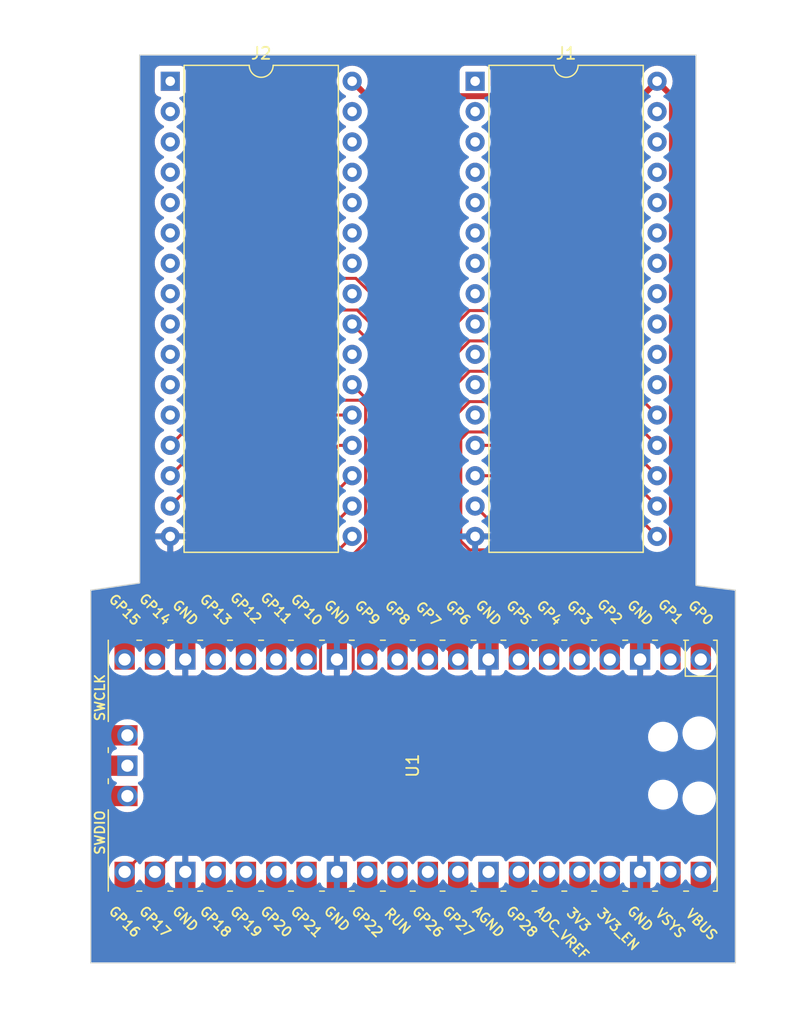
<source format=kicad_pcb>
(kicad_pcb (version 20221018) (generator pcbnew)
  (layers (0 "F.Cu" signal) (31 "B.Cu" signal) (34 "B.Paste" user) (35 "F.Paste" user) (36 "B.SilkS" user "B.Silkscreen") (37 "F.SilkS" user "F.Silkscreen") (38 "B.Mask" user) (39 "F.Mask" user) (44 "Edge.Cuts" user))
  (net 0 "")
  (net 13 "Net-(J1-Pin_13)")
  (net 14 "Net-(J1-Pin_14)")
  (net 15 "Net-(J1-Pin_15)")
  (net 16 "GND")
  (net 17 "Net-(J1-Pin_17)")
  (net 18 "Net-(J1-Pin_18)")
  (net 19 "Net-(J1-Pin_19)")
  (net 20 "Net-(J1-Pin_20)")
  (net 21 "Net-(J1-Pin_21)")
  (net 22 "/{slash}CE")
  (net 23 "/{slash}OE")
  (net 32 "+5V")
  (net 45 "Net-(J2-Pin_13)")
  (net 46 "Net-(J2-Pin_14)")
  (net 47 "Net-(J2-Pin_15)")
  (net 48 "Net-(J2-Pin_17)")
  (net 49 "Net-(J2-Pin_18)")
  (net 50 "Net-(J2-Pin_19)")
  (net 51 "Net-(J2-Pin_20)")
  (net 52 "Net-(J2-Pin_21)")
  (net 61 "/EXT_CLK")
  (footprint "Pico:RPi_Pico_SMD_TH" (layer "F.Cu") (at 123.17 171.79 -90)
    (fp_text reference "U1" (at 0 0 90) (layer "F.SilkS"))
    (fp_text value "Pico")
    (fp_text user "GP15" (at -13.054 24.13 135) (layer "F.SilkS") (effects (font (size 0.8 0.8))))
    (fp_text user "SWCLK" (at -5.7 26.2 90) (layer "F.SilkS") (effects (font (size 0.8 0.8))))
    (fp_text user "ADC_VREF" (at 14 -12.5 135) (layer "F.SilkS") (effects (font (size 0.8 0.8))))
    (fp_text user "GP21" (at 13.054 8.9 135) (layer "F.SilkS") (effects (font (size 0.8 0.8))))
    (fp_text user "GP19" (at 13.054 13.97 135) (layer "F.SilkS") (effects (font (size 0.8 0.8))))
    (fp_text user "GND" (at -12.8 6.35 135) (layer "F.SilkS") (effects (font (size 0.8 0.8))))
    (fp_text user "GP9" (at -12.8 3.81 135) (layer "F.SilkS") (effects (font (size 0.8 0.8))))
    (fp_text user "3V3_EN" (at 13.7 -17.2 135) (layer "F.SilkS") (effects (font (size 0.8 0.8))))
    (fp_text user "GP14" (at -13.1 21.59 135) (layer "F.SilkS") (effects (font (size 0.8 0.8))))
    (fp_text user "VBUS" (at 13.3 -24.2 135) (layer "F.SilkS") (effects (font (size 0.8 0.8))))
    (fp_text user "3V3" (at 12.9 -13.9 135) (layer "F.SilkS") (effects (font (size 0.8 0.8))))
    (fp_text user "GP28" (at 13.054 -9.144 135) (layer "F.SilkS") (effects (font (size 0.8 0.8))))
    (fp_text user "GP3" (at -12.8 -13.97 135) (layer "F.SilkS") (effects (font (size 0.8 0.8))))
    (fp_text user "GP7" (at -12.7 -1.3 135) (layer "F.SilkS") (effects (font (size 0.8 0.8))))
    (fp_text user "GP2" (at -12.9 -16.51 135) (layer "F.SilkS") (effects (font (size 0.8 0.8))))
    (fp_text user "GP27" (at 13.054 -3.8 135) (layer "F.SilkS") (effects (font (size 0.8 0.8))))
    (fp_text user "GP10" (at -13.054 8.89 135) (layer "F.SilkS") (effects (font (size 0.8 0.8))))
    (fp_text user "GP13" (at -13.054 16.51 135) (layer "F.SilkS") (effects (font (size 0.8 0.8))))
    (fp_text user "GP8" (at -12.8 1.27 135) (layer "F.SilkS") (effects (font (size 0.8 0.8))))
    (fp_text user "GP6" (at -12.8 -3.81 135) (layer "F.SilkS") (effects (font (size 0.8 0.8))))
    (fp_text user "GND" (at 12.8 -19.05 135) (layer "F.SilkS") (effects (font (size 0.8 0.8))))
    (fp_text user "GND" (at 12.8 19.05 135) (layer "F.SilkS") (effects (font (size 0.8 0.8))))
    (fp_text user "GND" (at -12.8 19.05 135) (layer "F.SilkS") (effects (font (size 0.8 0.8))))
    (fp_text user "GP4" (at -12.8 -11.43 135) (layer "F.SilkS") (effects (font (size 0.8 0.8))))
    (fp_text user "GND" (at 12.8 6.35 135) (layer "F.SilkS") (effects (font (size 0.8 0.8))))
    (fp_text user "GND" (at -12.8 -6.35 135) (layer "F.SilkS") (effects (font (size 0.8 0.8))))
    (fp_text user "GP16" (at 13.054 24.13 135) (layer "F.SilkS") (effects (font (size 0.8 0.8))))
    (fp_text user "GP5" (at -12.8 -8.89 135) (layer "F.SilkS") (effects (font (size 0.8 0.8))))
    (fp_text user "GP0" (at -12.8 -24.13 135) (layer "F.SilkS") (effects (font (size 0.8 0.8))))
    (fp_text user "SWDIO" (at 5.6 26.2 90) (layer "F.SilkS") (effects (font (size 0.8 0.8))))
    (fp_text user "VSYS" (at 13.2 -21.59 135) (layer "F.SilkS") (effects (font (size 0.8 0.8))))
    (fp_text user "GP1" (at -12.9 -21.6 135) (layer "F.SilkS") (effects (font (size 0.8 0.8))))
    (fp_text user "RUN" (at 13 1.27 135) (layer "F.SilkS") (effects (font (size 0.8 0.8))))
    (fp_text user "GP12" (at -13.2 13.97 135) (layer "F.SilkS") (effects (font (size 0.8 0.8))))
    (fp_text user "GP22" (at 13.054 3.81 135) (layer "F.SilkS") (effects (font (size 0.8 0.8))))
    (fp_text user "GP26" (at 13.054 -1.27 135) (layer "F.SilkS") (effects (font (size 0.8 0.8))))
    (fp_text user "GP18" (at 13.054 16.51 135) (layer "F.SilkS") (effects (font (size 0.8 0.8))))
    (fp_text user "AGND" (at 13.054 -6.35 135) (layer "F.SilkS") (effects (font (size 0.8 0.8))))
    (fp_text user "GP11" (at -13.2 11.43 135) (layer "F.SilkS") (effects (font (size 0.8 0.8))))
    (fp_text user "GP20" (at 13.054 11.43 135) (layer "F.SilkS") (effects (font (size 0.8 0.8))))
    (fp_text user "GND" (at -12.8 -19.05 135) (layer "F.SilkS") (effects (font (size 0.8 0.8))))
    (fp_text user "GP17" (at 13.054 21.59 135) (layer "F.SilkS") (effects (font (size 0.8 0.8))))
    (fp_line (start -10.5 -25.5) (end -10.5 -25.2) (stroke (width 0.12)) (layer "F.SilkS"))
    (fp_line (start -10.5 -25.5) (end 10.5 -25.5) (stroke (width 0.12)) (layer "F.SilkS"))
    (fp_line (start -10.5 -23.1) (end -10.5 -22.7) (stroke (width 0.12)) (layer "F.SilkS"))
    (fp_line (start -10.5 -22.833) (end -7.493 -22.833) (stroke (width 0.12)) (layer "F.SilkS"))
    (fp_line (start -10.5 -20.5) (end -10.5 -20.1) (stroke (width 0.12)) (layer "F.SilkS"))
    (fp_line (start -10.5 -18) (end -10.5 -17.6) (stroke (width 0.12)) (layer "F.SilkS"))
    (fp_line (start -10.5 -15.4) (end -10.5 -15) (stroke (width 0.12)) (layer "F.SilkS"))
    (fp_line (start -10.5 -12.9) (end -10.5 -12.5) (stroke (width 0.12)) (layer "F.SilkS"))
    (fp_line (start -10.5 -10.4) (end -10.5 -10) (stroke (width 0.12)) (layer "F.SilkS"))
    (fp_line (start -10.5 -7.8) (end -10.5 -7.4) (stroke (width 0.12)) (layer "F.SilkS"))
    (fp_line (start -10.5 -5.3) (end -10.5 -4.9) (stroke (width 0.12)) (layer "F.SilkS"))
    (fp_line (start -10.5 -2.7) (end -10.5 -2.3) (stroke (width 0.12)) (layer "F.SilkS"))
    (fp_line (start -10.5 -0.2) (end -10.5 0.2) (stroke (width 0.12)) (layer "F.SilkS"))
    (fp_line (start -10.5 2.3) (end -10.5 2.7) (stroke (width 0.12)) (layer "F.SilkS"))
    (fp_line (start -10.5 4.9) (end -10.5 5.3) (stroke (width 0.12)) (layer "F.SilkS"))
    (fp_line (start -10.5 7.4) (end -10.5 7.8) (stroke (width 0.12)) (layer "F.SilkS"))
    (fp_line (start -10.5 10) (end -10.5 10.4) (stroke (width 0.12)) (layer "F.SilkS"))
    (fp_line (start -10.5 12.5) (end -10.5 12.9) (stroke (width 0.12)) (layer "F.SilkS"))
    (fp_line (start -10.5 15.1) (end -10.5 15.5) (stroke (width 0.12)) (layer "F.SilkS"))
    (fp_line (start -10.5 17.6) (end -10.5 18) (stroke (width 0.12)) (layer "F.SilkS"))
    (fp_line (start -10.5 20.1) (end -10.5 20.5) (stroke (width 0.12)) (layer "F.SilkS"))
    (fp_line (start -10.5 22.7) (end -10.5 23.1) (stroke (width 0.12)) (layer "F.SilkS"))
    (fp_line (start -7.493 -22.833) (end -7.493 -25.5) (stroke (width 0.12)) (layer "F.SilkS"))
    (fp_line (start -3.7 25.5) (end -10.5 25.5) (stroke (width 0.12)) (layer "F.SilkS"))
    (fp_line (start -1.5 25.5) (end -1.1 25.5) (stroke (width 0.12)) (layer "F.SilkS"))
    (fp_line (start 1.1 25.5) (end 1.5 25.5) (stroke (width 0.12)) (layer "F.SilkS"))
    (fp_line (start 10.5 -25.5) (end 10.5 -25.2) (stroke (width 0.12)) (layer "F.SilkS"))
    (fp_line (start 10.5 -23.1) (end 10.5 -22.7) (stroke (width 0.12)) (layer "F.SilkS"))
    (fp_line (start 10.5 -20.5) (end 10.5 -20.1) (stroke (width 0.12)) (layer "F.SilkS"))
    (fp_line (start 10.5 -18) (end 10.5 -17.6) (stroke (width 0.12)) (layer "F.SilkS"))
    (fp_line (start 10.5 -15.4) (end 10.5 -15) (stroke (width 0.12)) (layer "F.SilkS"))
    (fp_line (start 10.5 -12.9) (end 10.5 -12.5) (stroke (width 0.12)) (layer "F.SilkS"))
    (fp_line (start 10.5 -10.4) (end 10.5 -10) (stroke (width 0.12)) (layer "F.SilkS"))
    (fp_line (start 10.5 -7.8) (end 10.5 -7.4) (stroke (width 0.12)) (layer "F.SilkS"))
    (fp_line (start 10.5 -5.3) (end 10.5 -4.9) (stroke (width 0.12)) (layer "F.SilkS"))
    (fp_line (start 10.5 -2.7) (end 10.5 -2.3) (stroke (width 0.12)) (layer "F.SilkS"))
    (fp_line (start 10.5 -0.2) (end 10.5 0.2) (stroke (width 0.12)) (layer "F.SilkS"))
    (fp_line (start 10.5 2.3) (end 10.5 2.7) (stroke (width 0.12)) (layer "F.SilkS"))
    (fp_line (start 10.5 4.9) (end 10.5 5.3) (stroke (width 0.12)) (layer "F.SilkS"))
    (fp_line (start 10.5 7.4) (end 10.5 7.8) (stroke (width 0.12)) (layer "F.SilkS"))
    (fp_line (start 10.5 10) (end 10.5 10.4) (stroke (width 0.12)) (layer "F.SilkS"))
    (fp_line (start 10.5 12.5) (end 10.5 12.9) (stroke (width 0.12)) (layer "F.SilkS"))
    (fp_line (start 10.5 15.1) (end 10.5 15.5) (stroke (width 0.12)) (layer "F.SilkS"))
    (fp_line (start 10.5 17.6) (end 10.5 18) (stroke (width 0.12)) (layer "F.SilkS"))
    (fp_line (start 10.5 20.1) (end 10.5 20.5) (stroke (width 0.12)) (layer "F.SilkS"))
    (fp_line (start 10.5 22.7) (end 10.5 23.1) (stroke (width 0.12)) (layer "F.SilkS"))
    (fp_line (start 10.5 25.5) (end 3.7 25.5) (stroke (width 0.12)) (layer "F.SilkS"))
    (pad "" np_thru_hole oval (at -2.725 -24 270) (size 1.8 1.8) (drill 1.8) (layers "*.Cu" "*.Mask"))
    (pad "" np_thru_hole oval (at -2.425 -20.97 270) (size 1.5 1.5) (drill 1.5) (layers "*.Cu" "*.Mask"))
    (pad "" np_thru_hole oval (at 2.425 -20.97 270) (size 1.5 1.5) (drill 1.5) (layers "*.Cu" "*.Mask"))
    (pad "" np_thru_hole oval (at 2.725 -24 270) (size 1.8 1.8) (drill 1.8) (layers "*.Cu" "*.Mask"))
    (pad "1" thru_hole oval (at -8.89 -24.13 270) (size 1.7 1.7) (drill 1.02) (layers "*.Cu" "*.Mask") (net 13 "Net-(J1-Pin_13)"))
    (pad "1" smd rect (at -8.89 -24.13 270) (size 3.5 1.7) (drill (offset -0.9 0)) (layers "F.Cu" "F.Mask") (net 13 "Net-(J1-Pin_13)"))
    (pad "2" thru_hole oval (at -8.89 -21.59 270) (size 1.7 1.7) (drill 1.02) (layers "*.Cu" "*.Mask") (net 14 "Net-(J1-Pin_14)"))
    (pad "2" smd rect (at -8.89 -21.59 270) (size 3.5 1.7) (drill (offset -0.9 0)) (layers "F.Cu" "F.Mask") (net 14 "Net-(J1-Pin_14)"))
    (pad "3" thru_hole rect (at -8.89 -19.05 270) (size 1.7 1.7) (drill 1.02) (layers "*.Cu" "*.Mask") (net 16 "GND"))
    (pad "3" smd rect (at -8.89 -19.05 270) (size 3.5 1.7) (drill (offset -0.9 0)) (layers "F.Cu" "F.Mask") (net 16 "GND"))
    (pad "4" thru_hole oval (at -8.89 -16.51 270) (size 1.7 1.7) (drill 1.02) (layers "*.Cu" "*.Mask") (net 15 "Net-(J1-Pin_15)"))
    (pad "4" smd rect (at -8.89 -16.51 270) (size 3.5 1.7) (drill (offset -0.9 0)) (layers "F.Cu" "F.Mask") (net 15 "Net-(J1-Pin_15)"))
    (pad "5" thru_hole oval (at -8.89 -13.97 270) (size 1.7 1.7) (drill 1.02) (layers "*.Cu" "*.Mask") (net 17 "Net-(J1-Pin_17)"))
    (pad "5" smd rect (at -8.89 -13.97 270) (size 3.5 1.7) (drill (offset -0.9 0)) (layers "F.Cu" "F.Mask") (net 17 "Net-(J1-Pin_17)"))
    (pad "6" thru_hole oval (at -8.89 -11.43 270) (size 1.7 1.7) (drill 1.02) (layers "*.Cu" "*.Mask") (net 18 "Net-(J1-Pin_18)"))
    (pad "6" smd rect (at -8.89 -11.43 270) (size 3.5 1.7) (drill (offset -0.9 0)) (layers "F.Cu" "F.Mask") (net 18 "Net-(J1-Pin_18)"))
    (pad "7" thru_hole oval (at -8.89 -8.89 270) (size 1.7 1.7) (drill 1.02) (layers "*.Cu" "*.Mask") (net 19 "Net-(J1-Pin_19)"))
    (pad "7" smd rect (at -8.89 -8.89 270) (size 3.5 1.7) (drill (offset -0.9 0)) (layers "F.Cu" "F.Mask") (net 19 "Net-(J1-Pin_19)"))
    (pad "8" thru_hole rect (at -8.89 -6.35 270) (size 1.7 1.7) (drill 1.02) (layers "*.Cu" "*.Mask") (net 16 "GND"))
    (pad "8" smd rect (at -8.89 -6.35 270) (size 3.5 1.7) (drill (offset -0.9 0)) (layers "F.Cu" "F.Mask") (net 16 "GND"))
    (pad "9" thru_hole oval (at -8.89 -3.81 270) (size 1.7 1.7) (drill 1.02) (layers "*.Cu" "*.Mask") (net 20 "Net-(J1-Pin_20)"))
    (pad "9" smd rect (at -8.89 -3.81 270) (size 3.5 1.7) (drill (offset -0.9 0)) (layers "F.Cu" "F.Mask") (net 20 "Net-(J1-Pin_20)"))
    (pad "10" thru_hole oval (at -8.89 -1.27 270) (size 1.7 1.7) (drill 1.02) (layers "*.Cu" "*.Mask") (net 21 "Net-(J1-Pin_21)"))
    (pad "10" smd rect (at -8.89 -1.27 270) (size 3.5 1.7) (drill (offset -0.9 0)) (layers "F.Cu" "F.Mask") (net 21 "Net-(J1-Pin_21)"))
    (pad "11" thru_hole oval (at -8.89 1.27 270) (size 1.7 1.7) (drill 1.02) (layers "*.Cu" "*.Mask") (net 45 "Net-(J2-Pin_13)"))
    (pad "11" smd rect (at -8.89 1.27 270) (size 3.5 1.7) (drill (offset -0.9 0)) (layers "F.Cu" "F.Mask") (net 45 "Net-(J2-Pin_13)"))
    (pad "12" thru_hole oval (at -8.89 3.81 270) (size 1.7 1.7) (drill 1.02) (layers "*.Cu" "*.Mask") (net 46 "Net-(J2-Pin_14)"))
    (pad "12" smd rect (at -8.89 3.81 270) (size 3.5 1.7) (drill (offset -0.9 0)) (layers "F.Cu" "F.Mask") (net 46 "Net-(J2-Pin_14)"))
    (pad "13" thru_hole rect (at -8.89 6.35 270) (size 1.7 1.7) (drill 1.02) (layers "*.Cu" "*.Mask") (net 16 "GND"))
    (pad "13" smd rect (at -8.89 6.35 270) (size 3.5 1.7) (drill (offset -0.9 0)) (layers "F.Cu" "F.Mask") (net 16 "GND"))
    (pad "14" thru_hole oval (at -8.89 8.89 270) (size 1.7 1.7) (drill 1.02) (layers "*.Cu" "*.Mask") (net 47 "Net-(J2-Pin_15)"))
    (pad "14" smd rect (at -8.89 8.89 270) (size 3.5 1.7) (drill (offset -0.9 0)) (layers "F.Cu" "F.Mask") (net 47 "Net-(J2-Pin_15)"))
    (pad "15" thru_hole oval (at -8.89 11.43 270) (size 1.7 1.7) (drill 1.02) (layers "*.Cu" "*.Mask") (net 48 "Net-(J2-Pin_17)"))
    (pad "15" smd rect (at -8.89 11.43 270) (size 3.5 1.7) (drill (offset -0.9 0)) (layers "F.Cu" "F.Mask") (net 48 "Net-(J2-Pin_17)"))
    (pad "16" thru_hole oval (at -8.89 13.97 270) (size 1.7 1.7) (drill 1.02) (layers "*.Cu" "*.Mask") (net 49 "Net-(J2-Pin_18)"))
    (pad "16" smd rect (at -8.89 13.97 270) (size 3.5 1.7) (drill (offset -0.9 0)) (layers "F.Cu" "F.Mask") (net 49 "Net-(J2-Pin_18)"))
    (pad "17" thru_hole oval (at -8.89 16.51 270) (size 1.7 1.7) (drill 1.02) (layers "*.Cu" "*.Mask") (net 50 "Net-(J2-Pin_19)"))
    (pad "17" smd rect (at -8.89 16.51 270) (size 3.5 1.7) (drill (offset -0.9 0)) (layers "F.Cu" "F.Mask") (net 50 "Net-(J2-Pin_19)"))
    (pad "18" thru_hole rect (at -8.89 19.05 270) (size 1.7 1.7) (drill 1.02) (layers "*.Cu" "*.Mask") (net 16 "GND"))
    (pad "18" smd rect (at -8.89 19.05 270) (size 3.5 1.7) (drill (offset -0.9 0)) (layers "F.Cu" "F.Mask") (net 16 "GND"))
    (pad "19" thru_hole oval (at -8.89 21.59 270) (size 1.7 1.7) (drill 1.02) (layers "*.Cu" "*.Mask") (net 51 "Net-(J2-Pin_20)"))
    (pad "19" smd rect (at -8.89 21.59 270) (size 3.5 1.7) (drill (offset -0.9 0)) (layers "F.Cu" "F.Mask") (net 51 "Net-(J2-Pin_20)"))
    (pad "20" thru_hole oval (at -8.89 24.13 270) (size 1.7 1.7) (drill 1.02) (layers "*.Cu" "*.Mask") (net 52 "Net-(J2-Pin_21)"))
    (pad "20" smd rect (at -8.89 24.13 270) (size 3.5 1.7) (drill (offset -0.9 0)) (layers "F.Cu" "F.Mask") (net 52 "Net-(J2-Pin_21)"))
    (pad "21" thru_hole oval (at 8.89 24.13 270) (size 1.7 1.7) (drill 1.02) (layers "*.Cu" "*.Mask") (net 22 "/{slash}CE"))
    (pad "21" smd rect (at 8.89 24.13 270) (size 3.5 1.7) (drill (offset 0.9 0)) (layers "F.Cu" "F.Mask") (net 22 "/{slash}CE"))
    (pad "22" thru_hole oval (at 8.89 21.59 270) (size 1.7 1.7) (drill 1.02) (layers "*.Cu" "*.Mask") (net 23 "/{slash}OE"))
    (pad "22" smd rect (at 8.89 21.59 270) (size 3.5 1.7) (drill (offset 0.9 0)) (layers "F.Cu" "F.Mask") (net 23 "/{slash}OE"))
    (pad "23" thru_hole rect (at 8.89 19.05 270) (size 1.7 1.7) (drill 1.02) (layers "*.Cu" "*.Mask") (net 16 "GND"))
    (pad "23" smd rect (at 8.89 19.05 270) (size 3.5 1.7) (drill (offset 0.9 0)) (layers "F.Cu" "F.Mask") (net 16 "GND"))
    (pad "24" thru_hole oval (at 8.89 16.51 270) (size 1.7 1.7) (drill 1.02) (layers "*.Cu" "*.Mask") (net 61 "/EXT_CLK"))
    (pad "24" smd rect (at 8.89 16.51 270) (size 3.5 1.7) (drill (offset 0.9 0)) (layers "F.Cu" "F.Mask") (net 61 "/EXT_CLK"))
    (pad "25" thru_hole oval (at 8.89 13.97 270) (size 1.7 1.7) (drill 1.02) (layers "*.Cu" "*.Mask"))
    (pad "25" smd rect (at 8.89 13.97 270) (size 3.5 1.7) (drill (offset 0.9 0)) (layers "F.Cu" "F.Mask"))
    (pad "26" thru_hole oval (at 8.89 11.43 270) (size 1.7 1.7) (drill 1.02) (layers "*.Cu" "*.Mask"))
    (pad "26" smd rect (at 8.89 11.43 270) (size 3.5 1.7) (drill (offset 0.9 0)) (layers "F.Cu" "F.Mask"))
    (pad "27" thru_hole oval (at 8.89 8.89 270) (size 1.7 1.7) (drill 1.02) (layers "*.Cu" "*.Mask"))
    (pad "27" smd rect (at 8.89 8.89 270) (size 3.5 1.7) (drill (offset 0.9 0)) (layers "F.Cu" "F.Mask"))
    (pad "28" thru_hole rect (at 8.89 6.35 270) (size 1.7 1.7) (drill 1.02) (layers "*.Cu" "*.Mask") (net 16 "GND"))
    (pad "28" smd rect (at 8.89 6.35 270) (size 3.5 1.7) (drill (offset 0.9 0)) (layers "F.Cu" "F.Mask") (net 16 "GND"))
    (pad "29" thru_hole oval (at 8.89 3.81 270) (size 1.7 1.7) (drill 1.02) (layers "*.Cu" "*.Mask"))
    (pad "29" smd rect (at 8.89 3.81 270) (size 3.5 1.7) (drill (offset 0.9 0)) (layers "F.Cu" "F.Mask"))
    (pad "30" thru_hole oval (at 8.89 1.27 270) (size 1.7 1.7) (drill 1.02) (layers "*.Cu" "*.Mask"))
    (pad "30" smd rect (at 8.89 1.27 270) (size 3.5 1.7) (drill (offset 0.9 0)) (layers "F.Cu" "F.Mask"))
    (pad "31" thru_hole oval (at 8.89 -1.27 270) (size 1.7 1.7) (drill 1.02) (layers "*.Cu" "*.Mask"))
    (pad "31" smd rect (at 8.89 -1.27 270) (size 3.5 1.7) (drill (offset 0.9 0)) (layers "F.Cu" "F.Mask"))
    (pad "32" thru_hole oval (at 8.89 -3.81 270) (size 1.7 1.7) (drill 1.02) (layers "*.Cu" "*.Mask"))
    (pad "32" smd rect (at 8.89 -3.81 270) (size 3.5 1.7) (drill (offset 0.9 0)) (layers "F.Cu" "F.Mask"))
    (pad "33" thru_hole rect (at 8.89 -6.35 270) (size 1.7 1.7) (drill 1.02) (layers "*.Cu" "*.Mask"))
    (pad "33" smd rect (at 8.89 -6.35 270) (size 3.5 1.7) (drill (offset 0.9 0)) (layers "F.Cu" "F.Mask"))
    (pad "34" thru_hole oval (at 8.89 -8.89 270) (size 1.7 1.7) (drill 1.02) (layers "*.Cu" "*.Mask"))
    (pad "34" smd rect (at 8.89 -8.89 270) (size 3.5 1.7) (drill (offset 0.9 0)) (layers "F.Cu" "F.Mask"))
    (pad "35" thru_hole oval (at 8.89 -11.43 270) (size 1.7 1.7) (drill 1.02) (layers "*.Cu" "*.Mask"))
    (pad "35" smd rect (at 8.89 -11.43 270) (size 3.5 1.7) (drill (offset 0.9 0)) (layers "F.Cu" "F.Mask"))
    (pad "36" thru_hole oval (at 8.89 -13.97 270) (size 1.7 1.7) (drill 1.02) (layers "*.Cu" "*.Mask"))
    (pad "36" smd rect (at 8.89 -13.97 270) (size 3.5 1.7) (drill (offset 0.9 0)) (layers "F.Cu" "F.Mask"))
    (pad "37" thru_hole oval (at 8.89 -16.51 270) (size 1.7 1.7) (drill 1.02) (layers "*.Cu" "*.Mask"))
    (pad "37" smd rect (at 8.89 -16.51 270) (size 3.5 1.7) (drill (offset 0.9 0)) (layers "F.Cu" "F.Mask"))
    (pad "38" thru_hole rect (at 8.89 -19.05 270) (size 1.7 1.7) (drill 1.02) (layers "*.Cu" "*.Mask") (net 16 "GND"))
    (pad "38" smd rect (at 8.89 -19.05 270) (size 3.5 1.7) (drill (offset 0.9 0)) (layers "F.Cu" "F.Mask") (net 16 "GND"))
    (pad "39" thru_hole oval (at 8.89 -21.59 270) (size 1.7 1.7) (drill 1.02) (layers "*.Cu" "*.Mask") (net 32 "+5V"))
    (pad "39" smd rect (at 8.89 -21.59 270) (size 3.5 1.7) (drill (offset 0.9 0)) (layers "F.Cu" "F.Mask") (net 32 "+5V"))
    (pad "40" thru_hole oval (at 8.89 -24.13 270) (size 1.7 1.7) (drill 1.02) (layers "*.Cu" "*.Mask"))
    (pad "40" smd rect (at 8.89 -24.13 270) (size 3.5 1.7) (drill (offset 0.9 0)) (layers "F.Cu" "F.Mask"))
    (pad "41" thru_hole oval (at -2.54 23.9 270) (size 1.7 1.7) (drill 1.02) (layers "*.Cu" "*.Mask"))
    (pad "41" smd rect (at -2.54 23.9) (size 3.5 1.7) (drill (offset -0.9 0)) (layers "F.Cu" "F.Mask"))
    (pad "42" thru_hole rect (at 0 23.9 270) (size 1.7 1.7) (drill 1.02) (layers "*.Cu" "*.Mask"))
    (pad "42" smd rect (at 0 23.9) (size 3.5 1.7) (drill (offset -0.9 0)) (layers "F.Cu" "F.Mask"))
    (pad "43" thru_hole oval (at 2.54 23.9 270) (size 1.7 1.7) (drill 1.02) (layers "*.Cu" "*.Mask"))
    (pad "43" smd rect (at 2.54 23.9) (size 3.5 1.7) (drill (offset -0.9 0)) (layers "F.Cu" "F.Mask"))
  )
  (footprint "Package_DIP:DIP-32_W15.24mm" (layer "F.Cu") (at 128.4 114.5)
    (fp_text reference "J1" (at 7.62 -2.33) (layer "F.SilkS"))
    (fp_text value "Conn_02x16_Counter_Clockwise")
    (fp_line (start 1.16 -1.33) (end 1.16 39.43) (stroke (width 0.12)) (layer "F.SilkS"))
    (fp_line (start 1.16 39.43) (end 14.08 39.43) (stroke (width 0.12)) (layer "F.SilkS"))
    (fp_line (start 6.62 -1.33) (end 1.16 -1.33) (stroke (width 0.12)) (layer "F.SilkS"))
    (fp_line (start 14.08 -1.33) (end 8.62 -1.33) (stroke (width 0.12)) (layer "F.SilkS"))
    (fp_line (start 14.08 39.43) (end 14.08 -1.33) (stroke (width 0.12)) (layer "F.SilkS"))
    (fp_arc (start 8.62 -1.33) (mid 7.62 -0.33) (end 6.62 -1.33) (stroke (width 0.12)) (layer "F.SilkS"))
    (pad "1" thru_hole rect (at 0 0) (size 1.6 1.6) (drill 0.8) (layers "*.Cu" "*.Mask"))
    (pad "2" thru_hole oval (at 0 2.54) (size 1.6 1.6) (drill 0.8) (layers "*.Cu" "*.Mask"))
    (pad "3" thru_hole oval (at 0 5.08) (size 1.6 1.6) (drill 0.8) (layers "*.Cu" "*.Mask"))
    (pad "4" thru_hole oval (at 0 7.62) (size 1.6 1.6) (drill 0.8) (layers "*.Cu" "*.Mask"))
    (pad "5" thru_hole oval (at 0 10.16) (size 1.6 1.6) (drill 0.8) (layers "*.Cu" "*.Mask"))
    (pad "6" thru_hole oval (at 0 12.7) (size 1.6 1.6) (drill 0.8) (layers "*.Cu" "*.Mask"))
    (pad "7" thru_hole oval (at 0 15.24) (size 1.6 1.6) (drill 0.8) (layers "*.Cu" "*.Mask"))
    (pad "8" thru_hole oval (at 0 17.78) (size 1.6 1.6) (drill 0.8) (layers "*.Cu" "*.Mask"))
    (pad "9" thru_hole oval (at 0 20.32) (size 1.6 1.6) (drill 0.8) (layers "*.Cu" "*.Mask"))
    (pad "10" thru_hole oval (at 0 22.86) (size 1.6 1.6) (drill 0.8) (layers "*.Cu" "*.Mask"))
    (pad "11" thru_hole oval (at 0 25.4) (size 1.6 1.6) (drill 0.8) (layers "*.Cu" "*.Mask"))
    (pad "12" thru_hole oval (at 0 27.94) (size 1.6 1.6) (drill 0.8) (layers "*.Cu" "*.Mask"))
    (pad "13" thru_hole oval (at 0 30.48) (size 1.6 1.6) (drill 0.8) (layers "*.Cu" "*.Mask") (net 13 "Net-(J1-Pin_13)"))
    (pad "14" thru_hole oval (at 0 33.02) (size 1.6 1.6) (drill 0.8) (layers "*.Cu" "*.Mask") (net 14 "Net-(J1-Pin_14)"))
    (pad "15" thru_hole oval (at 0 35.56) (size 1.6 1.6) (drill 0.8) (layers "*.Cu" "*.Mask") (net 15 "Net-(J1-Pin_15)"))
    (pad "16" thru_hole oval (at 0 38.1) (size 1.6 1.6) (drill 0.8) (layers "*.Cu" "*.Mask") (net 16 "GND"))
    (pad "17" thru_hole oval (at 15.24 38.1) (size 1.6 1.6) (drill 0.8) (layers "*.Cu" "*.Mask") (net 17 "Net-(J1-Pin_17)"))
    (pad "18" thru_hole oval (at 15.24 35.56) (size 1.6 1.6) (drill 0.8) (layers "*.Cu" "*.Mask") (net 18 "Net-(J1-Pin_18)"))
    (pad "19" thru_hole oval (at 15.24 33.02) (size 1.6 1.6) (drill 0.8) (layers "*.Cu" "*.Mask") (net 19 "Net-(J1-Pin_19)"))
    (pad "20" thru_hole oval (at 15.24 30.48) (size 1.6 1.6) (drill 0.8) (layers "*.Cu" "*.Mask") (net 20 "Net-(J1-Pin_20)"))
    (pad "21" thru_hole oval (at 15.24 27.94) (size 1.6 1.6) (drill 0.8) (layers "*.Cu" "*.Mask") (net 21 "Net-(J1-Pin_21)"))
    (pad "22" thru_hole oval (at 15.24 25.4) (size 1.6 1.6) (drill 0.8) (layers "*.Cu" "*.Mask"))
    (pad "23" thru_hole oval (at 15.24 22.86) (size 1.6 1.6) (drill 0.8) (layers "*.Cu" "*.Mask"))
    (pad "24" thru_hole oval (at 15.24 20.32) (size 1.6 1.6) (drill 0.8) (layers "*.Cu" "*.Mask"))
    (pad "25" thru_hole oval (at 15.24 17.78) (size 1.6 1.6) (drill 0.8) (layers "*.Cu" "*.Mask"))
    (pad "26" thru_hole oval (at 15.24 15.24) (size 1.6 1.6) (drill 0.8) (layers "*.Cu" "*.Mask"))
    (pad "27" thru_hole oval (at 15.24 12.7) (size 1.6 1.6) (drill 0.8) (layers "*.Cu" "*.Mask"))
    (pad "28" thru_hole oval (at 15.24 10.16) (size 1.6 1.6) (drill 0.8) (layers "*.Cu" "*.Mask"))
    (pad "29" thru_hole oval (at 15.24 7.62) (size 1.6 1.6) (drill 0.8) (layers "*.Cu" "*.Mask"))
    (pad "30" thru_hole oval (at 15.24 5.08) (size 1.6 1.6) (drill 0.8) (layers "*.Cu" "*.Mask"))
    (pad "31" thru_hole oval (at 15.24 2.54) (size 1.6 1.6) (drill 0.8) (layers "*.Cu" "*.Mask"))
    (pad "32" thru_hole oval (at 15.24 0) (size 1.6 1.6) (drill 0.8) (layers "*.Cu" "*.Mask") (net 32 "+5V"))
  )
  (footprint "Package_DIP:DIP-32_W15.24mm" (layer "F.Cu") (at 102.86 114.5)
    (fp_text reference "J2" (at 7.62 -2.33) (layer "F.SilkS"))
    (fp_text value "Conn_02x16_Counter_Clockwise")
    (fp_line (start 1.16 -1.33) (end 1.16 39.43) (stroke (width 0.12)) (layer "F.SilkS"))
    (fp_line (start 1.16 39.43) (end 14.08 39.43) (stroke (width 0.12)) (layer "F.SilkS"))
    (fp_line (start 6.62 -1.33) (end 1.16 -1.33) (stroke (width 0.12)) (layer "F.SilkS"))
    (fp_line (start 14.08 -1.33) (end 8.62 -1.33) (stroke (width 0.12)) (layer "F.SilkS"))
    (fp_line (start 14.08 39.43) (end 14.08 -1.33) (stroke (width 0.12)) (layer "F.SilkS"))
    (fp_arc (start 8.62 -1.33) (mid 7.62 -0.33) (end 6.62 -1.33) (stroke (width 0.12)) (layer "F.SilkS"))
    (pad "1" thru_hole rect (at 0 0) (size 1.6 1.6) (drill 0.8) (layers "*.Cu" "*.Mask"))
    (pad "2" thru_hole oval (at 0 2.54) (size 1.6 1.6) (drill 0.8) (layers "*.Cu" "*.Mask"))
    (pad "3" thru_hole oval (at 0 5.08) (size 1.6 1.6) (drill 0.8) (layers "*.Cu" "*.Mask"))
    (pad "4" thru_hole oval (at 0 7.62) (size 1.6 1.6) (drill 0.8) (layers "*.Cu" "*.Mask"))
    (pad "5" thru_hole oval (at 0 10.16) (size 1.6 1.6) (drill 0.8) (layers "*.Cu" "*.Mask"))
    (pad "6" thru_hole oval (at 0 12.7) (size 1.6 1.6) (drill 0.8) (layers "*.Cu" "*.Mask"))
    (pad "7" thru_hole oval (at 0 15.24) (size 1.6 1.6) (drill 0.8) (layers "*.Cu" "*.Mask"))
    (pad "8" thru_hole oval (at 0 17.78) (size 1.6 1.6) (drill 0.8) (layers "*.Cu" "*.Mask"))
    (pad "9" thru_hole oval (at 0 20.32) (size 1.6 1.6) (drill 0.8) (layers "*.Cu" "*.Mask"))
    (pad "10" thru_hole oval (at 0 22.86) (size 1.6 1.6) (drill 0.8) (layers "*.Cu" "*.Mask"))
    (pad "11" thru_hole oval (at 0 25.4) (size 1.6 1.6) (drill 0.8) (layers "*.Cu" "*.Mask"))
    (pad "12" thru_hole oval (at 0 27.94) (size 1.6 1.6) (drill 0.8) (layers "*.Cu" "*.Mask"))
    (pad "13" thru_hole oval (at 0 30.48) (size 1.6 1.6) (drill 0.8) (layers "*.Cu" "*.Mask") (net 45 "Net-(J2-Pin_13)"))
    (pad "14" thru_hole oval (at 0 33.02) (size 1.6 1.6) (drill 0.8) (layers "*.Cu" "*.Mask") (net 46 "Net-(J2-Pin_14)"))
    (pad "15" thru_hole oval (at 0 35.56) (size 1.6 1.6) (drill 0.8) (layers "*.Cu" "*.Mask") (net 47 "Net-(J2-Pin_15)"))
    (pad "16" thru_hole oval (at 0 38.1) (size 1.6 1.6) (drill 0.8) (layers "*.Cu" "*.Mask") (net 16 "GND"))
    (pad "17" thru_hole oval (at 15.24 38.1) (size 1.6 1.6) (drill 0.8) (layers "*.Cu" "*.Mask") (net 48 "Net-(J2-Pin_17)"))
    (pad "18" thru_hole oval (at 15.24 35.56) (size 1.6 1.6) (drill 0.8) (layers "*.Cu" "*.Mask") (net 49 "Net-(J2-Pin_18)"))
    (pad "19" thru_hole oval (at 15.24 33.02) (size 1.6 1.6) (drill 0.8) (layers "*.Cu" "*.Mask") (net 50 "Net-(J2-Pin_19)"))
    (pad "20" thru_hole oval (at 15.24 30.48) (size 1.6 1.6) (drill 0.8) (layers "*.Cu" "*.Mask") (net 51 "Net-(J2-Pin_20)"))
    (pad "21" thru_hole oval (at 15.24 27.94) (size 1.6 1.6) (drill 0.8) (layers "*.Cu" "*.Mask") (net 52 "Net-(J2-Pin_21)"))
    (pad "22" thru_hole oval (at 15.24 25.4) (size 1.6 1.6) (drill 0.8) (layers "*.Cu" "*.Mask") (net 22 "/{slash}CE"))
    (pad "23" thru_hole oval (at 15.24 22.86) (size 1.6 1.6) (drill 0.8) (layers "*.Cu" "*.Mask"))
    (pad "24" thru_hole oval (at 15.24 20.32) (size 1.6 1.6) (drill 0.8) (layers "*.Cu" "*.Mask") (net 23 "/{slash}OE"))
    (pad "25" thru_hole oval (at 15.24 17.78) (size 1.6 1.6) (drill 0.8) (layers "*.Cu" "*.Mask"))
    (pad "26" thru_hole oval (at 15.24 15.24) (size 1.6 1.6) (drill 0.8) (layers "*.Cu" "*.Mask"))
    (pad "27" thru_hole oval (at 15.24 12.7) (size 1.6 1.6) (drill 0.8) (layers "*.Cu" "*.Mask"))
    (pad "28" thru_hole oval (at 15.24 10.16) (size 1.6 1.6) (drill 0.8) (layers "*.Cu" "*.Mask"))
    (pad "29" thru_hole oval (at 15.24 7.62) (size 1.6 1.6) (drill 0.8) (layers "*.Cu" "*.Mask"))
    (pad "30" thru_hole oval (at 15.24 5.08) (size 1.6 1.6) (drill 0.8) (layers "*.Cu" "*.Mask"))
    (pad "31" thru_hole oval (at 15.24 2.54) (size 1.6 1.6) (drill 0.8) (layers "*.Cu" "*.Mask"))
    (pad "32" thru_hole oval (at 15.24 0) (size 1.6 1.6) (drill 0.8) (layers "*.Cu" "*.Mask") (net 32 "+5V"))
  )
  (gr_poly (pts (xy 100.3 112.3) (xy 146.9 112.3) (xy 146.9 156.7) (xy 150.2 157.1) (xy 150.2 188.3) (xy 96.2 188.3) (xy 96.2 157.1) (xy 100.3 156.5)) (stroke (width 0.1)) (fill none) (layer "Edge.Cuts"))
  (segment (start 147.3 161.29) (end 130.99 144.98) (width 0.25) (layer "F.Cu") (net 13))
  (segment (start 130.99 144.98) (end 128.4 144.98) (width 0.25) (layer "F.Cu") (net 13))
  (segment (start 147.3 162.9) (end 147.3 161.29) (width 0.25) (layer "F.Cu") (net 13))
  (segment (start 144.76 162.9) (end 144.76 161.29) (width 0.25) (layer "F.Cu") (net 14))
  (segment (start 144.76 161.29) (end 130.99 147.52) (width 0.25) (layer "F.Cu") (net 14))
  (segment (start 130.99 147.52) (end 128.4 147.52) (width 0.25) (layer "F.Cu") (net 14))
  (segment (start 139.68 162.9) (end 139.68 161.34) (width 0.25) (layer "F.Cu") (net 15))
  (segment (start 139.68 161.34) (end 128.4 150.06) (width 0.25) (layer "F.Cu") (net 15))
  (segment (start 127.2 144.465) (end 127.81 143.855) (width 0.25) (layer "F.Cu") (net 17))
  (segment (start 127.2 152.990991) (end 127.2 144.465) (width 0.25) (layer "F.Cu") (net 17))
  (segment (start 137.14 161.29) (end 129.575 153.725) (width 0.25) (layer "F.Cu") (net 17))
  (segment (start 129.575 153.725) (end 127.934009 153.725) (width 0.25) (layer "F.Cu") (net 17))
  (segment (start 127.81 143.855) (end 134.895 143.855) (width 0.25) (layer "F.Cu") (net 17))
  (segment (start 127.934009 153.725) (end 127.2 152.990991) (width 0.25) (layer "F.Cu") (net 17))
  (segment (start 134.895 143.855) (end 143.64 152.6) (width 0.25) (layer "F.Cu") (net 17))
  (segment (start 137.14 162.9) (end 137.14 161.29) (width 0.25) (layer "F.Cu") (net 17))
  (segment (start 126.75 153.44) (end 126.75 142.499009) (width 0.25) (layer "F.Cu") (net 18))
  (segment (start 127.934009 141.315) (end 134.895 141.315) (width 0.25) (layer "F.Cu") (net 18))
  (segment (start 134.895 141.315) (end 143.64 150.06) (width 0.25) (layer "F.Cu") (net 18))
  (segment (start 126.75 142.499009) (end 127.934009 141.315) (width 0.25) (layer "F.Cu") (net 18))
  (segment (start 134.6 162.9) (end 134.6 161.29) (width 0.25) (layer "F.Cu") (net 18))
  (segment (start 134.6 161.29) (end 126.75 153.44) (width 0.25) (layer "F.Cu") (net 18))
  (segment (start 126.3 153.626396) (end 126.3 140.409009) (width 0.25) (layer "F.Cu") (net 19))
  (segment (start 126.3 140.409009) (end 127.934009 138.775) (width 0.25) (layer "F.Cu") (net 19))
  (segment (start 132.06 162.9) (end 132.06 159.386396) (width 0.25) (layer "F.Cu") (net 19))
  (segment (start 132.06 159.386396) (end 126.3 153.626396) (width 0.25) (layer "F.Cu") (net 19))
  (segment (start 127.934009 138.775) (end 134.895 138.775) (width 0.25) (layer "F.Cu") (net 19))
  (segment (start 134.895 138.775) (end 143.64 147.52) (width 0.25) (layer "F.Cu") (net 19))
  (segment (start 125.85 138.319009) (end 127.934009 136.235) (width 0.25) (layer "F.Cu") (net 20))
  (segment (start 127.934009 136.235) (end 134.895 136.235) (width 0.25) (layer "F.Cu") (net 20))
  (segment (start 125.85 161.77) (end 125.85 138.319009) (width 0.25) (layer "F.Cu") (net 20))
  (segment (start 126.98 162.9) (end 125.85 161.77) (width 0.25) (layer "F.Cu") (net 20))
  (segment (start 134.895 136.235) (end 143.64 144.98) (width 0.25) (layer "F.Cu") (net 20))
  (segment (start 134.895 133.695) (end 143.64 142.44) (width 0.25) (layer "F.Cu") (net 21))
  (segment (start 124.44 162.9) (end 124.44 137.189009) (width 0.25) (layer "F.Cu") (net 21))
  (segment (start 124.44 137.189009) (end 127.934009 133.695) (width 0.25) (layer "F.Cu") (net 21))
  (segment (start 127.934009 133.695) (end 134.895 133.695) (width 0.25) (layer "F.Cu") (net 21))
  (segment (start 115.455 157.472387) (end 119.675 153.252387) (width 0.25) (layer "F.Cu") (net 22))
  (segment (start 115.455 164.265) (end 115.455 157.472387) (width 0.25) (layer "F.Cu") (net 22))
  (segment (start 99.04 180.68) (end 115.455 164.265) (width 0.25) (layer "F.Cu") (net 22))
  (segment (start 119.675 141.475) (end 118.1 139.9) (width 0.25) (layer "F.Cu") (net 22))
  (segment (start 119.675 153.252387) (end 119.675 141.475) (width 0.25) (layer "F.Cu") (net 22))
  (segment (start 120.125 153.5) (end 120.125 136.845) (width 0.25) (layer "F.Cu") (net 23))
  (segment (start 101.58 180.68) (end 118.185 164.075) (width 0.25) (layer "F.Cu") (net 23))
  (segment (start 118.185 155.44) (end 120.125 153.5) (width 0.25) (layer "F.Cu") (net 23))
  (segment (start 118.185 164.075) (end 118.185 155.44) (width 0.25) (layer "F.Cu") (net 23))
  (segment (start 120.125 136.845) (end 118.1 134.82) (width 0.25) (layer "F.Cu") (net 23))
  (segment (start 144.76 182.54) (end 144.76 180.68) (width 0.5) (layer "F.Cu") (net 32))
  (segment (start 149.3 183.08) (end 148.6 183.78) (width 0.5) (layer "F.Cu") (net 32))
  (segment (start 148.146447 158.3) (end 149.3 159.453553) (width 0.5) (layer "F.Cu") (net 32))
  (segment (start 148.6 183.78) (end 146 183.78) (width 0.5) (layer "F.Cu") (net 32))
  (segment (start 142.39 115.75) (end 143.64 114.5) (width 0.5) (layer "F.Cu") (net 32))
  (segment (start 143.64 114.5) (end 144.89 115.75) (width 0.5) (layer "F.Cu") (net 32))
  (segment (start 144.89 156.89) (end 146.3 158.3) (width 0.5) (layer "F.Cu") (net 32))
  (segment (start 119.35 115.75) (end 142.39 115.75) (width 0.5) (layer "F.Cu") (net 32))
  (segment (start 149.3 159.453553) (end 149.3 183.08) (width 0.5) (layer "F.Cu") (net 32))
  (segment (start 146 183.78) (end 144.76 182.54) (width 0.5) (layer "F.Cu") (net 32))
  (segment (start 118.1 114.5) (end 119.35 115.75) (width 0.5) (layer "F.Cu") (net 32))
  (segment (start 144.89 115.75) (end 144.89 156.89) (width 0.5) (layer "F.Cu") (net 32))
  (segment (start 146.3 158.3) (end 148.146447 158.3) (width 0.5) (layer "F.Cu") (net 32))
  (segment (start 118.410991 131) (end 116.84 131) (width 0.25) (layer "F.Cu") (net 45))
  (segment (start 121.9 134.489009) (end 118.410991 131) (width 0.25) (layer "F.Cu") (net 45))
  (segment (start 116.84 131) (end 102.86 144.98) (width 0.25) (layer "F.Cu") (net 45))
  (segment (start 121.9 162.9) (end 121.9 134.489009) (width 0.25) (layer "F.Cu") (net 45))
  (segment (start 116.73 133.65) (end 102.86 147.52) (width 0.25) (layer "F.Cu") (net 46))
  (segment (start 118.520991 133.65) (end 116.73 133.65) (width 0.25) (layer "F.Cu") (net 46))
  (segment (start 120.575 161.685) (end 120.575 135.704009) (width 0.25) (layer "F.Cu") (net 46))
  (segment (start 120.575 135.704009) (end 118.520991 133.65) (width 0.25) (layer "F.Cu") (net 46))
  (segment (start 119.36 162.9) (end 120.575 161.685) (width 0.25) (layer "F.Cu") (net 46))
  (segment (start 114.28 158.010991) (end 119.225 153.065991) (width 0.25) (layer "F.Cu") (net 47))
  (segment (start 111.72 141.2) (end 102.86 150.06) (width 0.25) (layer "F.Cu") (net 47))
  (segment (start 119.225 141.684009) (end 118.740991 141.2) (width 0.25) (layer "F.Cu") (net 47))
  (segment (start 114.28 162.9) (end 114.28 158.010991) (width 0.25) (layer "F.Cu") (net 47))
  (segment (start 118.740991 141.2) (end 111.72 141.2) (width 0.25) (layer "F.Cu") (net 47))
  (segment (start 119.225 153.065991) (end 119.225 141.684009) (width 0.25) (layer "F.Cu") (net 47))
  (segment (start 111.74 158.96) (end 118.1 152.6) (width 0.25) (layer "F.Cu") (net 48))
  (segment (start 111.74 162.9) (end 111.74 158.96) (width 0.25) (layer "F.Cu") (net 48))
  (segment (start 109.2 162.9) (end 109.2 158.96) (width 0.25) (layer "F.Cu") (net 49))
  (segment (start 109.2 158.96) (end 118.1 150.06) (width 0.25) (layer "F.Cu") (net 49))
  (segment (start 106.66 158.96) (end 118.1 147.52) (width 0.25) (layer "F.Cu") (net 50))
  (segment (start 106.66 162.9) (end 106.66 158.96) (width 0.25) (layer "F.Cu") (net 50))
  (segment (start 101.58 162.9) (end 101.58 160.36863) (width 0.25) (layer "F.Cu") (net 51))
  (segment (start 101.58 160.36863) (end 116.96863 144.98) (width 0.25) (layer "F.Cu") (net 51))
  (segment (start 116.96863 144.98) (end 118.1 144.98) (width 0.25) (layer "F.Cu") (net 51))
  (segment (start 99.04 159.436777) (end 116.036777 142.44) (width 0.25) (layer "F.Cu") (net 52))
  (segment (start 99.04 162.9) (end 99.04 159.436777) (width 0.25) (layer "F.Cu") (net 52))
  (segment (start 116.036777 142.44) (end 118.1 142.44) (width 0.25) (layer "F.Cu") (net 52))
  (zone (net 0) (net_name "") (layer "F.Cu") (connect_pads (clearance 0)) (min_thickness 0.25)
    (keepout (tracks not_allowed) (vias not_allowed) (pads allowed) (copperpour not_allowed) (footprints allowed))
    (fill (thermal_gap 0.5) (thermal_bridge_width 0.5))
    (polygon (pts (xy 133.7 166.9) (xy 148.9 166.9) (xy 148.9 177) (xy 133.7 177)))
  )
  (zone (net 16) (net_name "GND") (layers "F&B.Cu") (connect_pads (clearance 0.5)) (min_thickness 0.25) (fill yes (thermal_gap 0.5) (thermal_bridge_width 0.5))
    (polygon (pts (xy 89.7 107.8) (xy 154.3 107.7) (xy 154.7 193.4) (xy 88.6 193.2)))
  )
)
</source>
